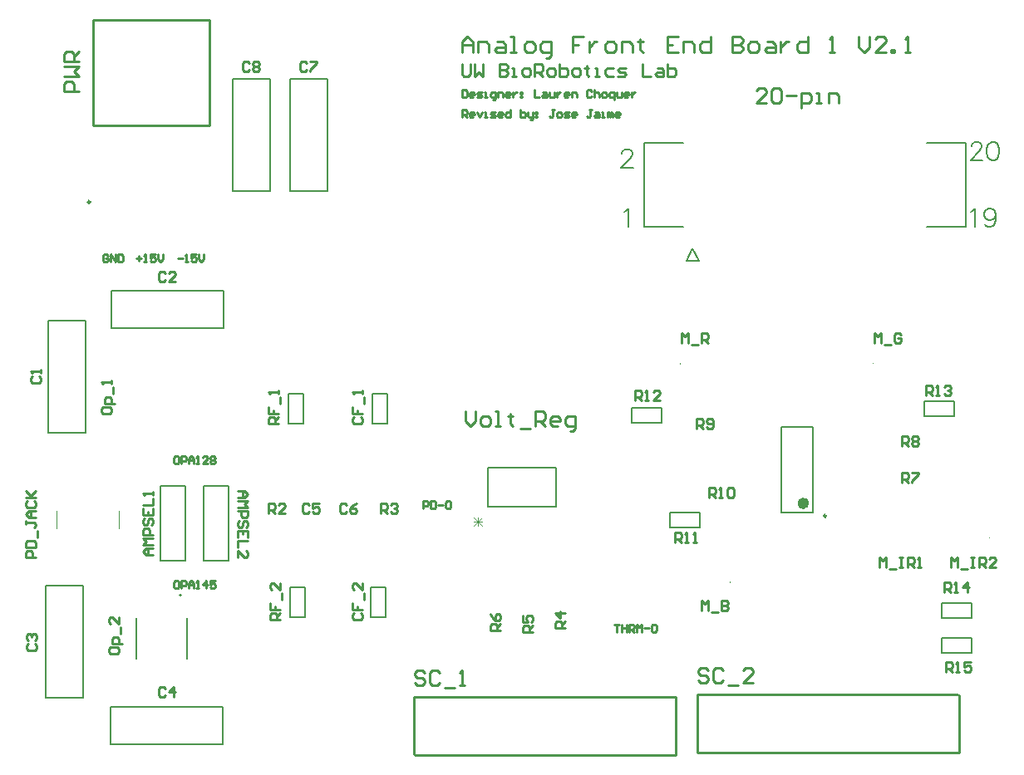
<source format=gbr>
%TF.GenerationSoftware,Altium Limited,Altium Designer,19.1.9 (167)*%
G04 Layer_Color=65535*
%FSLAX26Y26*%
%MOIN*%
%TF.FileFunction,Legend,Top*%
%TF.Part,Single*%
G01*
G75*
%TA.AperFunction,NonConductor*%
%ADD24C,0.010000*%
%ADD44C,0.003937*%
%ADD45C,0.006000*%
%ADD46C,0.009842*%
%ADD47C,0.023622*%
%ADD48C,0.007874*%
%ADD49C,0.007812*%
%ADD50C,0.003000*%
D24*
X299110Y2255000D02*
G03*
X299110Y2255000I-5016J0D01*
G01*
X310039Y2562000D02*
Y2987000D01*
X778150D01*
Y2562000D02*
Y2987000D01*
X310039Y2562000D02*
X778150D01*
X2733150Y45000D02*
X3783150D01*
Y275000D01*
X2733150Y280000D02*
X3778150D01*
X2733150Y45000D02*
Y280000D01*
X1596850Y270000D02*
X2646850D01*
X1596850Y40000D02*
Y270000D01*
X1601850Y35000D02*
X2646850D01*
Y270000D01*
X649995Y734990D02*
X639998D01*
X635000Y729992D01*
Y709998D01*
X639998Y705000D01*
X649995D01*
X654994Y709998D01*
Y729992D01*
X649995Y734990D01*
X664990Y705000D02*
Y734990D01*
X679986D01*
X684984Y729992D01*
Y719995D01*
X679986Y714997D01*
X664990D01*
X694981Y705000D02*
Y724994D01*
X704977Y734990D01*
X714974Y724994D01*
Y705000D01*
Y719995D01*
X694981D01*
X724971Y705000D02*
X734968D01*
X729969D01*
Y734990D01*
X724971Y729992D01*
X764958Y705000D02*
Y734990D01*
X749963Y719995D01*
X769956D01*
X799947Y734990D02*
X779953D01*
Y719995D01*
X789950Y724994D01*
X794948D01*
X799947Y719995D01*
Y709998D01*
X794948Y705000D01*
X784952D01*
X779953Y709998D01*
X649995Y1234990D02*
X639998D01*
X635000Y1229992D01*
Y1209998D01*
X639998Y1205000D01*
X649995D01*
X654994Y1209998D01*
Y1229992D01*
X649995Y1234990D01*
X664990Y1205000D02*
Y1234990D01*
X679986D01*
X684984Y1229992D01*
Y1219995D01*
X679986Y1214997D01*
X664990D01*
X694981Y1205000D02*
Y1224994D01*
X704977Y1234990D01*
X714974Y1224994D01*
Y1205000D01*
Y1219995D01*
X694981D01*
X724971Y1205000D02*
X734968D01*
X729969D01*
Y1234990D01*
X724971Y1229992D01*
X769956Y1205000D02*
X749963D01*
X769956Y1224994D01*
Y1229992D01*
X764958Y1234990D01*
X754961D01*
X749963Y1229992D01*
X779953D02*
X784952Y1234990D01*
X794948D01*
X799947Y1229992D01*
Y1224994D01*
X794948Y1219995D01*
X799947Y1214997D01*
Y1209998D01*
X794948Y1205000D01*
X784952D01*
X779953Y1209998D01*
Y1214997D01*
X784952Y1219995D01*
X779953Y1224994D01*
Y1229992D01*
X784952Y1219995D02*
X794948D01*
X1635000Y1025000D02*
Y1054990D01*
X1649995D01*
X1654994Y1049992D01*
Y1039995D01*
X1649995Y1034997D01*
X1635000D01*
X1664990Y1054990D02*
Y1025000D01*
X1679986D01*
X1684984Y1029998D01*
Y1049992D01*
X1679986Y1054990D01*
X1664990D01*
X1694981Y1039995D02*
X1714974D01*
X1739966Y1054990D02*
X1729969D01*
X1724971Y1049992D01*
Y1029998D01*
X1729969Y1025000D01*
X1739966D01*
X1744964Y1029998D01*
Y1049992D01*
X1739966Y1054990D01*
X2400000Y559990D02*
X2419994D01*
X2409997D01*
Y530000D01*
X2429990Y559990D02*
Y530000D01*
Y544995D01*
X2449984D01*
Y559990D01*
Y530000D01*
X2459981D02*
Y559990D01*
X2474976D01*
X2479974Y554992D01*
Y544995D01*
X2474976Y539997D01*
X2459981D01*
X2469977D02*
X2479974Y530000D01*
X2489971D02*
Y559990D01*
X2499968Y549994D01*
X2509964Y559990D01*
Y530000D01*
X2519961Y544995D02*
X2539955D01*
X2564947Y559990D02*
X2554950D01*
X2549952Y554992D01*
Y534998D01*
X2554950Y530000D01*
X2564947D01*
X2569945Y534998D01*
Y554992D01*
X2564947Y559990D01*
X369993Y2039992D02*
X364995Y2044990D01*
X354998D01*
X350000Y2039992D01*
Y2019998D01*
X354998Y2015000D01*
X364995D01*
X369993Y2019998D01*
Y2029995D01*
X359997D01*
X379990Y2015000D02*
Y2044990D01*
X399984Y2015000D01*
Y2044990D01*
X409981D02*
Y2015000D01*
X424976D01*
X429974Y2019998D01*
Y2039992D01*
X424976Y2044990D01*
X409981D01*
X485000Y2029995D02*
X504993D01*
X494997Y2039992D02*
Y2019998D01*
X514990Y2015000D02*
X524987D01*
X519989D01*
Y2044990D01*
X514990Y2039992D01*
X559976Y2044990D02*
X539982D01*
Y2029995D01*
X549979Y2034994D01*
X554977D01*
X559976Y2029995D01*
Y2019998D01*
X554977Y2015000D01*
X544981D01*
X539982Y2019998D01*
X569972Y2044990D02*
Y2024997D01*
X579969Y2015000D01*
X589966Y2024997D01*
Y2044990D01*
X650000Y2029995D02*
X669994D01*
X679990Y2015000D02*
X689987D01*
X684989D01*
Y2044990D01*
X679990Y2039992D01*
X724976Y2044990D02*
X704982D01*
Y2029995D01*
X714979Y2034994D01*
X719977D01*
X724976Y2029995D01*
Y2019998D01*
X719977Y2015000D01*
X709981D01*
X704982Y2019998D01*
X734972Y2044990D02*
Y2024997D01*
X744969Y2015000D01*
X754966Y2024997D01*
Y2044990D01*
X1790000Y2855000D02*
Y2898319D01*
X1811660Y2919979D01*
X1833319Y2898319D01*
Y2855000D01*
Y2887490D01*
X1790000D01*
X1854979Y2855000D02*
Y2898319D01*
X1887468D01*
X1898298Y2887490D01*
Y2855000D01*
X1930788Y2898319D02*
X1952447D01*
X1963277Y2887490D01*
Y2855000D01*
X1930788D01*
X1919958Y2865830D01*
X1930788Y2876660D01*
X1963277D01*
X1984937Y2855000D02*
X2006597D01*
X1995767D01*
Y2919979D01*
X1984937D01*
X2049916Y2855000D02*
X2071576D01*
X2082405Y2865830D01*
Y2887490D01*
X2071576Y2898319D01*
X2049916D01*
X2039086Y2887490D01*
Y2865830D01*
X2049916Y2855000D01*
X2125725Y2833340D02*
X2136555D01*
X2147385Y2844170D01*
Y2898319D01*
X2114895D01*
X2104065Y2887490D01*
Y2865830D01*
X2114895Y2855000D01*
X2147385D01*
X2277343Y2919979D02*
X2234023D01*
Y2887490D01*
X2255683D01*
X2234023D01*
Y2855000D01*
X2299002Y2898319D02*
Y2855000D01*
Y2876660D01*
X2309832Y2887490D01*
X2320662Y2898319D01*
X2331492D01*
X2374811Y2855000D02*
X2396471D01*
X2407300Y2865830D01*
Y2887490D01*
X2396471Y2898319D01*
X2374811D01*
X2363981Y2887490D01*
Y2865830D01*
X2374811Y2855000D01*
X2428960D02*
Y2898319D01*
X2461450D01*
X2472280Y2887490D01*
Y2855000D01*
X2504769Y2909149D02*
Y2898319D01*
X2493939D01*
X2515599D01*
X2504769D01*
Y2865830D01*
X2515599Y2855000D01*
X2656387Y2919979D02*
X2613067D01*
Y2855000D01*
X2656387D01*
X2613067Y2887490D02*
X2634727D01*
X2678046Y2855000D02*
Y2898319D01*
X2710536D01*
X2721366Y2887490D01*
Y2855000D01*
X2786345Y2919979D02*
Y2855000D01*
X2753855D01*
X2743025Y2865830D01*
Y2887490D01*
X2753855Y2898319D01*
X2786345D01*
X2872983Y2919979D02*
Y2855000D01*
X2905473D01*
X2916303Y2865830D01*
Y2876660D01*
X2905473Y2887490D01*
X2872983D01*
X2905473D01*
X2916303Y2898319D01*
Y2909149D01*
X2905473Y2919979D01*
X2872983D01*
X2948792Y2855000D02*
X2970452D01*
X2981282Y2865830D01*
Y2887490D01*
X2970452Y2898319D01*
X2948792D01*
X2937962Y2887490D01*
Y2865830D01*
X2948792Y2855000D01*
X3013771Y2898319D02*
X3035431D01*
X3046261Y2887490D01*
Y2855000D01*
X3013771D01*
X3002941Y2865830D01*
X3013771Y2876660D01*
X3046261D01*
X3067920Y2898319D02*
Y2855000D01*
Y2876660D01*
X3078750Y2887490D01*
X3089580Y2898319D01*
X3100410D01*
X3176219Y2919979D02*
Y2855000D01*
X3143729D01*
X3132899Y2865830D01*
Y2887490D01*
X3143729Y2898319D01*
X3176219D01*
X3262857Y2855000D02*
X3284517D01*
X3273687D01*
Y2919979D01*
X3262857Y2909149D01*
X3381986Y2919979D02*
Y2876660D01*
X3403645Y2855000D01*
X3425305Y2876660D01*
Y2919979D01*
X3490284Y2855000D02*
X3446965D01*
X3490284Y2898319D01*
Y2909149D01*
X3479454Y2919979D01*
X3457794D01*
X3446965Y2909149D01*
X3511944Y2855000D02*
Y2865830D01*
X3522773D01*
Y2855000D01*
X3511944D01*
X3566093D02*
X3587753D01*
X3576923D01*
Y2919979D01*
X3566093Y2909149D01*
X1790000Y2809984D02*
Y2768331D01*
X1798331Y2760000D01*
X1814992D01*
X1823323Y2768331D01*
Y2809984D01*
X1839984D02*
Y2760000D01*
X1856645Y2776661D01*
X1873306Y2760000D01*
Y2809984D01*
X1939951D02*
Y2760000D01*
X1964943D01*
X1973274Y2768331D01*
Y2776661D01*
X1964943Y2784992D01*
X1939951D01*
X1964943D01*
X1973274Y2793323D01*
Y2801653D01*
X1964943Y2809984D01*
X1939951D01*
X1989935Y2760000D02*
X2006597D01*
X1998266D01*
Y2793323D01*
X1989935D01*
X2039919Y2760000D02*
X2056580D01*
X2064911Y2768331D01*
Y2784992D01*
X2056580Y2793323D01*
X2039919D01*
X2031588Y2784992D01*
Y2768331D01*
X2039919Y2760000D01*
X2081572D02*
Y2809984D01*
X2106564D01*
X2114895Y2801653D01*
Y2784992D01*
X2106564Y2776661D01*
X2081572D01*
X2098233D02*
X2114895Y2760000D01*
X2139887D02*
X2156548D01*
X2164879Y2768331D01*
Y2784992D01*
X2156548Y2793323D01*
X2139887D01*
X2131556Y2784992D01*
Y2768331D01*
X2139887Y2760000D01*
X2181540Y2809984D02*
Y2760000D01*
X2206532D01*
X2214862Y2768331D01*
Y2776661D01*
Y2784992D01*
X2206532Y2793323D01*
X2181540D01*
X2239854Y2760000D02*
X2256515D01*
X2264846Y2768331D01*
Y2784992D01*
X2256515Y2793323D01*
X2239854D01*
X2231524Y2784992D01*
Y2768331D01*
X2239854Y2760000D01*
X2289838Y2801653D02*
Y2793323D01*
X2281507D01*
X2298169D01*
X2289838D01*
Y2768331D01*
X2298169Y2760000D01*
X2323161D02*
X2339822D01*
X2331491D01*
Y2793323D01*
X2323161D01*
X2398136D02*
X2373144D01*
X2364814Y2784992D01*
Y2768331D01*
X2373144Y2760000D01*
X2398136D01*
X2414798D02*
X2439789D01*
X2448120Y2768331D01*
X2439789Y2776661D01*
X2423128D01*
X2414798Y2784992D01*
X2423128Y2793323D01*
X2448120D01*
X2514765Y2809984D02*
Y2760000D01*
X2548088D01*
X2573080Y2793323D02*
X2589741D01*
X2598072Y2784992D01*
Y2760000D01*
X2573080D01*
X2564749Y2768331D01*
X2573080Y2776661D01*
X2598072D01*
X2614733Y2809984D02*
Y2760000D01*
X2639725D01*
X2648055Y2768331D01*
Y2776661D01*
Y2784992D01*
X2639725Y2793323D01*
X2614733D01*
X1790000Y2704990D02*
Y2675000D01*
X1804995D01*
X1809994Y2679998D01*
Y2699992D01*
X1804995Y2704990D01*
X1790000D01*
X1834986Y2675000D02*
X1824989D01*
X1819990Y2679998D01*
Y2689995D01*
X1824989Y2694994D01*
X1834986D01*
X1839984Y2689995D01*
Y2684997D01*
X1819990D01*
X1849981Y2675000D02*
X1864976D01*
X1869974Y2679998D01*
X1864976Y2684997D01*
X1854979D01*
X1849981Y2689995D01*
X1854979Y2694994D01*
X1869974D01*
X1879971Y2675000D02*
X1889968D01*
X1884969D01*
Y2694994D01*
X1879971D01*
X1914960Y2665003D02*
X1919958D01*
X1924956Y2670002D01*
Y2694994D01*
X1909961D01*
X1904963Y2689995D01*
Y2679998D01*
X1909961Y2675000D01*
X1924956D01*
X1934953D02*
Y2694994D01*
X1949948D01*
X1954947Y2689995D01*
Y2675000D01*
X1979939D02*
X1969942D01*
X1964943Y2679998D01*
Y2689995D01*
X1969942Y2694994D01*
X1979939D01*
X1984937Y2689995D01*
Y2684997D01*
X1964943D01*
X1994934Y2694994D02*
Y2675000D01*
Y2684997D01*
X1999932Y2689995D01*
X2004930Y2694994D01*
X2009929D01*
X2024924D02*
X2029922D01*
Y2689995D01*
X2024924D01*
Y2694994D01*
Y2679998D02*
X2029922D01*
Y2675000D01*
X2024924D01*
Y2679998D01*
X2079906Y2704990D02*
Y2675000D01*
X2099900D01*
X2114895Y2694994D02*
X2124892D01*
X2129890Y2689995D01*
Y2675000D01*
X2114895D01*
X2109896Y2679998D01*
X2114895Y2684997D01*
X2129890D01*
X2139887Y2694994D02*
Y2679998D01*
X2144885Y2675000D01*
X2159880D01*
Y2694994D01*
X2169877D02*
Y2675000D01*
Y2684997D01*
X2174876Y2689995D01*
X2179874Y2694994D01*
X2184872D01*
X2214863Y2675000D02*
X2204866D01*
X2199867Y2679998D01*
Y2689995D01*
X2204866Y2694994D01*
X2214863D01*
X2219861Y2689995D01*
Y2684997D01*
X2199867D01*
X2229858Y2675000D02*
Y2694994D01*
X2244853D01*
X2249851Y2689995D01*
Y2675000D01*
X2309832Y2699992D02*
X2304834Y2704990D01*
X2294837D01*
X2289838Y2699992D01*
Y2679998D01*
X2294837Y2675000D01*
X2304834D01*
X2309832Y2679998D01*
X2319829Y2704990D02*
Y2675000D01*
Y2689995D01*
X2324827Y2694994D01*
X2334824D01*
X2339822Y2689995D01*
Y2675000D01*
X2354817D02*
X2364814D01*
X2369812Y2679998D01*
Y2689995D01*
X2364814Y2694994D01*
X2354817D01*
X2349819Y2689995D01*
Y2679998D01*
X2354817Y2675000D01*
X2399803Y2665003D02*
Y2694994D01*
X2384808D01*
X2379809Y2689995D01*
Y2679998D01*
X2384808Y2675000D01*
X2399803D01*
X2409800Y2694994D02*
Y2679998D01*
X2414798Y2675000D01*
X2429793D01*
Y2694994D01*
X2454785Y2675000D02*
X2444788D01*
X2439790Y2679998D01*
Y2689995D01*
X2444788Y2694994D01*
X2454785D01*
X2459783Y2689995D01*
Y2684997D01*
X2439790D01*
X2469780Y2694994D02*
Y2675000D01*
Y2684997D01*
X2474778Y2689995D01*
X2479777Y2694994D01*
X2484775D01*
X1790000Y2595000D02*
Y2624990D01*
X1804995D01*
X1809994Y2619992D01*
Y2609995D01*
X1804995Y2604997D01*
X1790000D01*
X1799997D02*
X1809994Y2595000D01*
X1834986D02*
X1824989D01*
X1819990Y2599998D01*
Y2609995D01*
X1824989Y2614994D01*
X1834986D01*
X1839984Y2609995D01*
Y2604997D01*
X1819990D01*
X1849981Y2614994D02*
X1859977Y2595000D01*
X1869974Y2614994D01*
X1879971Y2595000D02*
X1889968D01*
X1884969D01*
Y2614994D01*
X1879971D01*
X1904963Y2595000D02*
X1919958D01*
X1924956Y2599998D01*
X1919958Y2604997D01*
X1909961D01*
X1904963Y2609995D01*
X1909961Y2614994D01*
X1924956D01*
X1949948Y2595000D02*
X1939951D01*
X1934953Y2599998D01*
Y2609995D01*
X1939951Y2614994D01*
X1949948D01*
X1954947Y2609995D01*
Y2604997D01*
X1934953D01*
X1984937Y2624990D02*
Y2595000D01*
X1969942D01*
X1964943Y2599998D01*
Y2609995D01*
X1969942Y2614994D01*
X1984937D01*
X2024924Y2624990D02*
Y2595000D01*
X2039919D01*
X2044918Y2599998D01*
Y2604997D01*
Y2609995D01*
X2039919Y2614994D01*
X2024924D01*
X2054914D02*
Y2599998D01*
X2059913Y2595000D01*
X2074908D01*
Y2590002D01*
X2069910Y2585003D01*
X2064911D01*
X2074908Y2595000D02*
Y2614994D01*
X2084905D02*
X2089903D01*
Y2609995D01*
X2084905D01*
Y2614994D01*
Y2599998D02*
X2089903D01*
Y2595000D01*
X2084905D01*
Y2599998D01*
X2159880Y2624990D02*
X2149884D01*
X2154882D01*
Y2599998D01*
X2149884Y2595000D01*
X2144885D01*
X2139887Y2599998D01*
X2174876Y2595000D02*
X2184872D01*
X2189871Y2599998D01*
Y2609995D01*
X2184872Y2614994D01*
X2174876D01*
X2169877Y2609995D01*
Y2599998D01*
X2174876Y2595000D01*
X2199867D02*
X2214863D01*
X2219861Y2599998D01*
X2214863Y2604997D01*
X2204866D01*
X2199867Y2609995D01*
X2204866Y2614994D01*
X2219861D01*
X2244853Y2595000D02*
X2234856D01*
X2229858Y2599998D01*
Y2609995D01*
X2234856Y2614994D01*
X2244853D01*
X2249851Y2609995D01*
Y2604997D01*
X2229858D01*
X2309832Y2624990D02*
X2299835D01*
X2304834D01*
Y2599998D01*
X2299835Y2595000D01*
X2294837D01*
X2289838Y2599998D01*
X2324827Y2614994D02*
X2334824D01*
X2339822Y2609995D01*
Y2595000D01*
X2324827D01*
X2319829Y2599998D01*
X2324827Y2604997D01*
X2339822D01*
X2349819Y2595000D02*
X2359816D01*
X2354817D01*
Y2614994D01*
X2349819D01*
X2374811Y2595000D02*
Y2614994D01*
X2379809D01*
X2384808Y2609995D01*
Y2595000D01*
Y2609995D01*
X2389806Y2614994D01*
X2394804Y2609995D01*
Y2595000D01*
X2419796D02*
X2409800D01*
X2404801Y2599998D01*
Y2609995D01*
X2409800Y2614994D01*
X2419796D01*
X2424795Y2609995D01*
Y2604997D01*
X2404801D01*
X80000Y830000D02*
X40013D01*
Y849994D01*
X46677Y856658D01*
X60007D01*
X66671Y849994D01*
Y830000D01*
X40013Y869987D02*
X80000D01*
Y889981D01*
X73335Y896645D01*
X46677D01*
X40013Y889981D01*
Y869987D01*
X86665Y909974D02*
Y936632D01*
X40013Y976619D02*
Y963290D01*
Y969955D01*
X73335D01*
X80000Y963290D01*
Y956626D01*
X73335Y949961D01*
X80000Y989948D02*
X53342D01*
X40013Y1003277D01*
X53342Y1016606D01*
X80000D01*
X60007D01*
Y989948D01*
X46677Y1056593D02*
X40013Y1049929D01*
Y1036600D01*
X46677Y1029936D01*
X73335D01*
X80000Y1036600D01*
Y1049929D01*
X73335Y1056593D01*
X40013Y1069923D02*
X80000D01*
X66671D01*
X40013Y1096581D01*
X60007Y1076587D01*
X80000Y1096581D01*
X890000Y1095000D02*
X916658D01*
X929987Y1081671D01*
X916658Y1068342D01*
X890000D01*
X909994D01*
Y1095000D01*
X890000Y1055013D02*
X929987D01*
X916658Y1041684D01*
X929987Y1028355D01*
X890000D01*
Y1015026D02*
X929987D01*
Y995032D01*
X923323Y988368D01*
X909994D01*
X903329Y995032D01*
Y1015026D01*
X923323Y948381D02*
X929987Y955045D01*
Y968374D01*
X923323Y975039D01*
X916658D01*
X909994Y968374D01*
Y955045D01*
X903329Y948381D01*
X896664D01*
X890000Y955045D01*
Y968374D01*
X896664Y975039D01*
X929987Y908394D02*
Y935052D01*
X890000D01*
Y908394D01*
X909994Y935052D02*
Y921723D01*
X929987Y895064D02*
X890000D01*
Y868407D01*
Y828419D02*
Y855077D01*
X916658Y828419D01*
X923323D01*
X929987Y835084D01*
Y848413D01*
X923323Y855077D01*
X550000Y840000D02*
X523342D01*
X510013Y853329D01*
X523342Y866658D01*
X550000D01*
X530006D01*
Y840000D01*
X550000Y879987D02*
X510013D01*
X523342Y893316D01*
X510013Y906645D01*
X550000D01*
Y919974D02*
X510013D01*
Y939968D01*
X516677Y946632D01*
X530006D01*
X536671Y939968D01*
Y919974D01*
X516677Y986619D02*
X510013Y979955D01*
Y966626D01*
X516677Y959961D01*
X523342D01*
X530006Y966626D01*
Y979955D01*
X536671Y986619D01*
X543336D01*
X550000Y979955D01*
Y966626D01*
X543336Y959961D01*
X510013Y1026606D02*
Y999948D01*
X550000D01*
Y1026606D01*
X530006Y999948D02*
Y1013277D01*
X510013Y1039936D02*
X550000D01*
Y1066593D01*
Y1079923D02*
Y1093252D01*
Y1086587D01*
X510013D01*
X516677Y1079923D01*
X1060000Y580000D02*
X1020013D01*
Y599994D01*
X1026677Y606658D01*
X1040006D01*
X1046671Y599994D01*
Y580000D01*
Y593329D02*
X1060000Y606658D01*
X1020013Y646645D02*
Y619987D01*
X1040006D01*
Y633316D01*
Y619987D01*
X1060000D01*
X1066665Y659974D02*
Y686632D01*
X1060000Y726619D02*
Y699961D01*
X1033342Y726619D01*
X1026677D01*
X1020013Y719955D01*
Y706626D01*
X1026677Y699961D01*
X1055000Y1365000D02*
X1015013D01*
Y1384994D01*
X1021677Y1391658D01*
X1035006D01*
X1041671Y1384994D01*
Y1365000D01*
Y1378329D02*
X1055000Y1391658D01*
X1015013Y1431645D02*
Y1404987D01*
X1035006D01*
Y1418316D01*
Y1404987D01*
X1055000D01*
X1061665Y1444974D02*
Y1471632D01*
X1055000Y1484961D02*
Y1498290D01*
Y1491626D01*
X1015013D01*
X1021677Y1484961D01*
X1356677Y606658D02*
X1350013Y599994D01*
Y586664D01*
X1356677Y580000D01*
X1383335D01*
X1390000Y586664D01*
Y599994D01*
X1383335Y606658D01*
X1350013Y646645D02*
Y619987D01*
X1370006D01*
Y633316D01*
Y619987D01*
X1390000D01*
X1396665Y659974D02*
Y686632D01*
X1390000Y726619D02*
Y699961D01*
X1363342Y726619D01*
X1356677D01*
X1350013Y719955D01*
Y706626D01*
X1356677Y699961D01*
Y1391658D02*
X1350013Y1384994D01*
Y1371665D01*
X1356677Y1365000D01*
X1383335D01*
X1390000Y1371665D01*
Y1384994D01*
X1383335Y1391658D01*
X1350013Y1431645D02*
Y1404987D01*
X1370006D01*
Y1418316D01*
Y1404987D01*
X1390000D01*
X1396665Y1444974D02*
Y1471632D01*
X1390000Y1484961D02*
Y1498290D01*
Y1491626D01*
X1350013D01*
X1356677Y1484961D01*
X3750000Y790000D02*
Y829987D01*
X3763329Y816658D01*
X3776658Y829987D01*
Y790000D01*
X3789987Y783336D02*
X3816645D01*
X3829974Y829987D02*
X3843303D01*
X3836639D01*
Y790000D01*
X3829974D01*
X3843303D01*
X3863297D02*
Y829987D01*
X3883290D01*
X3889955Y823323D01*
Y809994D01*
X3883290Y803329D01*
X3863297D01*
X3876626D02*
X3889955Y790000D01*
X3929942D02*
X3903284D01*
X3929942Y816658D01*
Y823323D01*
X3923277Y829987D01*
X3909948D01*
X3903284Y823323D01*
X255000Y2700000D02*
X195019D01*
Y2729990D01*
X205016Y2739987D01*
X225010D01*
X235006Y2729990D01*
Y2700000D01*
X195019Y2759981D02*
X255000D01*
X235006Y2779974D01*
X255000Y2799968D01*
X195019D01*
X255000Y2819961D02*
X195019D01*
Y2849952D01*
X205016Y2859948D01*
X225010D01*
X235006Y2849952D01*
Y2819961D01*
Y2839955D02*
X255000Y2859948D01*
X1642063Y364984D02*
X1632067Y374981D01*
X1612073D01*
X1602076Y364984D01*
Y354987D01*
X1612073Y344990D01*
X1632067D01*
X1642063Y334993D01*
Y324997D01*
X1632067Y315000D01*
X1612073D01*
X1602076Y324997D01*
X1702044Y364984D02*
X1692047Y374981D01*
X1672054D01*
X1662057Y364984D01*
Y324997D01*
X1672054Y315000D01*
X1692047D01*
X1702044Y324997D01*
X1722038Y305003D02*
X1762025D01*
X1782018Y315000D02*
X1802012D01*
X1792015D01*
Y374981D01*
X1782018Y364984D01*
X2778363Y374984D02*
X2768367Y384981D01*
X2748373D01*
X2738376Y374984D01*
Y364987D01*
X2748373Y354990D01*
X2768367D01*
X2778363Y344993D01*
Y334997D01*
X2768367Y325000D01*
X2748373D01*
X2738376Y334997D01*
X2838344Y374984D02*
X2828347Y384981D01*
X2808354D01*
X2798357Y374984D01*
Y334997D01*
X2808354Y325000D01*
X2828347D01*
X2838344Y334997D01*
X2858338Y315003D02*
X2898325D01*
X2958305Y325000D02*
X2918318D01*
X2958305Y364987D01*
Y374984D01*
X2948309Y384981D01*
X2928315D01*
X2918318Y374984D01*
X375013Y462434D02*
Y449105D01*
X381678Y442441D01*
X408336D01*
X415000Y449105D01*
Y462434D01*
X408336Y469099D01*
X381678D01*
X375013Y462434D01*
X428329Y482428D02*
X388342D01*
Y502421D01*
X395007Y509086D01*
X408336D01*
X415000Y502421D01*
Y482428D01*
X421665Y522415D02*
Y549073D01*
X415000Y589060D02*
Y562402D01*
X388342Y589060D01*
X381678D01*
X375013Y582396D01*
Y569067D01*
X381678Y562402D01*
X601658Y303323D02*
X594994Y309987D01*
X581664D01*
X575000Y303323D01*
Y276664D01*
X581664Y270000D01*
X594994D01*
X601658Y276664D01*
X634981Y270000D02*
Y309987D01*
X614987Y289993D01*
X641645D01*
X51677Y481658D02*
X45013Y474993D01*
Y461664D01*
X51677Y455000D01*
X78335D01*
X85000Y461664D01*
Y474993D01*
X78335Y481658D01*
X51677Y494987D02*
X45013Y501652D01*
Y514981D01*
X51677Y521645D01*
X58342D01*
X65007Y514981D01*
Y508316D01*
Y514981D01*
X71671Y521645D01*
X78335D01*
X85000Y514981D01*
Y501652D01*
X78335Y494987D01*
X1805000Y1414981D02*
Y1374994D01*
X1824994Y1355000D01*
X1844987Y1374994D01*
Y1414981D01*
X1874977Y1355000D02*
X1894971D01*
X1904968Y1364997D01*
Y1384991D01*
X1894971Y1394987D01*
X1874977D01*
X1864981Y1384991D01*
Y1364997D01*
X1874977Y1355000D01*
X1924961D02*
X1944955D01*
X1934958D01*
Y1414981D01*
X1924961D01*
X1984942Y1404984D02*
Y1394987D01*
X1974945D01*
X1994938D01*
X1984942D01*
Y1364997D01*
X1994938Y1355000D01*
X2024929Y1345004D02*
X2064916D01*
X2084909Y1355000D02*
Y1414981D01*
X2114900D01*
X2124896Y1404984D01*
Y1384991D01*
X2114900Y1374994D01*
X2084909D01*
X2104903D02*
X2124896Y1355000D01*
X2174880D02*
X2154887D01*
X2144890Y1364997D01*
Y1384991D01*
X2154887Y1394987D01*
X2174880D01*
X2184877Y1384991D01*
Y1374994D01*
X2144890D01*
X2224864Y1335007D02*
X2234861D01*
X2244858Y1345004D01*
Y1394987D01*
X2214867D01*
X2204871Y1384991D01*
Y1364997D01*
X2214867Y1355000D01*
X2244858D01*
X345013Y1424994D02*
Y1411665D01*
X351677Y1405000D01*
X378336D01*
X385000Y1411665D01*
Y1424994D01*
X378336Y1431658D01*
X351677D01*
X345013Y1424994D01*
X398329Y1444987D02*
X358342D01*
Y1464981D01*
X365007Y1471645D01*
X378336D01*
X385000Y1464981D01*
Y1444987D01*
X391664Y1484974D02*
Y1511632D01*
X385000Y1524961D02*
Y1538290D01*
Y1531626D01*
X345013D01*
X351677Y1524961D01*
X1015472Y1005000D02*
Y1044987D01*
X1035466D01*
X1042130Y1038322D01*
Y1024993D01*
X1035466Y1018329D01*
X1015472D01*
X1028801D02*
X1042130Y1005000D01*
X1082118D02*
X1055459D01*
X1082118Y1031658D01*
Y1038322D01*
X1075453Y1044987D01*
X1062124D01*
X1055459Y1038322D01*
X1176658Y1038323D02*
X1169994Y1044987D01*
X1156665D01*
X1150000Y1038323D01*
Y1011664D01*
X1156665Y1005000D01*
X1169994D01*
X1176658Y1011664D01*
X1216645Y1044987D02*
X1189987D01*
Y1024994D01*
X1203316Y1031658D01*
X1209981D01*
X1216645Y1024994D01*
Y1011664D01*
X1209981Y1005000D01*
X1196652D01*
X1189987Y1011664D01*
X601658Y1968323D02*
X594994Y1974987D01*
X581664D01*
X575000Y1968323D01*
Y1941665D01*
X581664Y1935000D01*
X594994D01*
X601658Y1941665D01*
X641645Y1935000D02*
X614987D01*
X641645Y1961658D01*
Y1968323D01*
X634981Y1974987D01*
X621652D01*
X614987Y1968323D01*
X66677Y1556658D02*
X60013Y1549994D01*
Y1536665D01*
X66677Y1530000D01*
X93335D01*
X100000Y1536665D01*
Y1549994D01*
X93335Y1556658D01*
X100000Y1569987D02*
Y1583316D01*
Y1576652D01*
X60013D01*
X66677Y1569987D01*
X3730000Y370000D02*
Y409987D01*
X3749994D01*
X3756658Y403323D01*
Y389993D01*
X3749994Y383329D01*
X3730000D01*
X3743329D02*
X3756658Y370000D01*
X3769987D02*
X3783316D01*
X3776652D01*
Y409987D01*
X3769987Y403323D01*
X3829968Y409987D02*
X3803310D01*
Y389993D01*
X3816639Y396658D01*
X3823303D01*
X3829968Y389993D01*
Y376664D01*
X3823303Y370000D01*
X3809974D01*
X3803310Y376664D01*
X3725000Y690000D02*
Y729987D01*
X3744994D01*
X3751658Y723323D01*
Y709994D01*
X3744994Y703329D01*
X3725000D01*
X3738329D02*
X3751658Y690000D01*
X3764987D02*
X3778316D01*
X3771652D01*
Y729987D01*
X3764987Y723323D01*
X3818303Y690000D02*
Y729987D01*
X3798310Y709994D01*
X3824968D01*
X3650000Y1480000D02*
Y1519987D01*
X3669994D01*
X3676658Y1513323D01*
Y1499994D01*
X3669994Y1493329D01*
X3650000D01*
X3663329D02*
X3676658Y1480000D01*
X3689987D02*
X3703316D01*
X3696652D01*
Y1519987D01*
X3689987Y1513323D01*
X3723310D02*
X3729974Y1519987D01*
X3743303D01*
X3749968Y1513323D01*
Y1506658D01*
X3743303Y1499994D01*
X3736639D01*
X3743303D01*
X3749968Y1493329D01*
Y1486665D01*
X3743303Y1480000D01*
X3729974D01*
X3723310Y1486665D01*
X2485000Y1460000D02*
Y1499987D01*
X2504994D01*
X2511658Y1493323D01*
Y1479994D01*
X2504994Y1473329D01*
X2485000D01*
X2498329D02*
X2511658Y1460000D01*
X2524987D02*
X2538316D01*
X2531652D01*
Y1499987D01*
X2524987Y1493323D01*
X2584968Y1460000D02*
X2558310D01*
X2584968Y1486658D01*
Y1493323D01*
X2578303Y1499987D01*
X2564974D01*
X2558310Y1493323D01*
X2645000Y890000D02*
Y929987D01*
X2664994D01*
X2671658Y923323D01*
Y909994D01*
X2664994Y903329D01*
X2645000D01*
X2658329D02*
X2671658Y890000D01*
X2684987D02*
X2698316D01*
X2691652D01*
Y929987D01*
X2684987Y923323D01*
X2718310Y890000D02*
X2731639D01*
X2724974D01*
Y929987D01*
X2718310Y923323D01*
X2780000Y1070000D02*
Y1109987D01*
X2799994D01*
X2806658Y1103323D01*
Y1089994D01*
X2799994Y1083329D01*
X2780000D01*
X2793329D02*
X2806658Y1070000D01*
X2819987D02*
X2833316D01*
X2826652D01*
Y1109987D01*
X2819987Y1103323D01*
X2853310D02*
X2859974Y1109987D01*
X2873303D01*
X2879968Y1103323D01*
Y1076665D01*
X2873303Y1070000D01*
X2859974D01*
X2853310Y1076665D01*
Y1103323D01*
X2730000Y1345000D02*
Y1384987D01*
X2749994D01*
X2756658Y1378323D01*
Y1364994D01*
X2749994Y1358329D01*
X2730000D01*
X2743329D02*
X2756658Y1345000D01*
X2769987Y1351665D02*
X2776652Y1345000D01*
X2789981D01*
X2796645Y1351665D01*
Y1378323D01*
X2789981Y1384987D01*
X2776652D01*
X2769987Y1378323D01*
Y1371658D01*
X2776652Y1364994D01*
X2796645D01*
X3555000Y1275000D02*
Y1314987D01*
X3574994D01*
X3581658Y1308323D01*
Y1294994D01*
X3574994Y1288329D01*
X3555000D01*
X3568329D02*
X3581658Y1275000D01*
X3594987Y1308323D02*
X3601652Y1314987D01*
X3614981D01*
X3621645Y1308323D01*
Y1301658D01*
X3614981Y1294994D01*
X3621645Y1288329D01*
Y1281665D01*
X3614981Y1275000D01*
X3601652D01*
X3594987Y1281665D01*
Y1288329D01*
X3601652Y1294994D01*
X3594987Y1301658D01*
Y1308323D01*
X3601652Y1294994D02*
X3614981D01*
X3555000Y1130000D02*
Y1169987D01*
X3574994D01*
X3581658Y1163323D01*
Y1149994D01*
X3574994Y1143329D01*
X3555000D01*
X3568329D02*
X3581658Y1130000D01*
X3594987Y1169987D02*
X3621645D01*
Y1163323D01*
X3594987Y1136665D01*
Y1130000D01*
X3465000Y790000D02*
Y829987D01*
X3478329Y816658D01*
X3491658Y829987D01*
Y790000D01*
X3504987Y783336D02*
X3531645D01*
X3544974Y829987D02*
X3558303D01*
X3551639D01*
Y790000D01*
X3544974D01*
X3558303D01*
X3578297D02*
Y829987D01*
X3598290D01*
X3604955Y823323D01*
Y809994D01*
X3598290Y803329D01*
X3578297D01*
X3591626D02*
X3604955Y790000D01*
X3618284D02*
X3631613D01*
X3624948D01*
Y829987D01*
X3618284Y823323D01*
X1945000Y535000D02*
X1905013D01*
Y554994D01*
X1911677Y561658D01*
X1925006D01*
X1931671Y554994D01*
Y535000D01*
Y548329D02*
X1945000Y561658D01*
X1905013Y601645D02*
X1911677Y588316D01*
X1925006Y574987D01*
X1938335D01*
X1945000Y581652D01*
Y594981D01*
X1938335Y601645D01*
X1931671D01*
X1925006Y594981D01*
Y574987D01*
X2075000Y530000D02*
X2035013D01*
Y549994D01*
X2041677Y556658D01*
X2055006D01*
X2061671Y549994D01*
Y530000D01*
Y543329D02*
X2075000Y556658D01*
X2035013Y596645D02*
Y569987D01*
X2055006D01*
X2048342Y583316D01*
Y589981D01*
X2055006Y596645D01*
X2068336D01*
X2075000Y589981D01*
Y576652D01*
X2068336Y569987D01*
X2205000Y545000D02*
X2165013D01*
Y564994D01*
X2171677Y571658D01*
X2185006D01*
X2191671Y564994D01*
Y545000D01*
Y558329D02*
X2205000Y571658D01*
Y604981D02*
X2165013D01*
X2185006Y584987D01*
Y611645D01*
X2750000Y615000D02*
Y654987D01*
X2763329Y641658D01*
X2776658Y654987D01*
Y615000D01*
X2789987Y608336D02*
X2816645D01*
X2829974Y654987D02*
Y615000D01*
X2849968D01*
X2856632Y621664D01*
Y628329D01*
X2849968Y634994D01*
X2829974D01*
X2849968D01*
X2856632Y641658D01*
Y648323D01*
X2849968Y654987D01*
X2829974D01*
X2670000Y1690000D02*
Y1729987D01*
X2683329Y1716658D01*
X2696658Y1729987D01*
Y1690000D01*
X2709987Y1683335D02*
X2736645D01*
X2749974Y1690000D02*
Y1729987D01*
X2769968D01*
X2776632Y1723323D01*
Y1709994D01*
X2769968Y1703329D01*
X2749974D01*
X2763303D02*
X2776632Y1690000D01*
X3445000D02*
Y1729987D01*
X3458329Y1716658D01*
X3471658Y1729987D01*
Y1690000D01*
X3484987Y1683335D02*
X3511645D01*
X3551632Y1723323D02*
X3544968Y1729987D01*
X3531639D01*
X3524974Y1723323D01*
Y1696665D01*
X3531639Y1690000D01*
X3544968D01*
X3551632Y1696665D01*
Y1709994D01*
X3538303D01*
X936658Y2813323D02*
X929994Y2819987D01*
X916664D01*
X910000Y2813323D01*
Y2786664D01*
X916664Y2780000D01*
X929994D01*
X936658Y2786664D01*
X949987Y2813323D02*
X956652Y2819987D01*
X969981D01*
X976645Y2813323D01*
Y2806658D01*
X969981Y2799994D01*
X976645Y2793329D01*
Y2786664D01*
X969981Y2780000D01*
X956652D01*
X949987Y2786664D01*
Y2793329D01*
X956652Y2799994D01*
X949987Y2806658D01*
Y2813323D01*
X956652Y2799994D02*
X969981D01*
X1166658Y2813323D02*
X1159994Y2819987D01*
X1146665D01*
X1140000Y2813323D01*
Y2786664D01*
X1146665Y2780000D01*
X1159994D01*
X1166658Y2786664D01*
X1179987Y2819987D02*
X1206645D01*
Y2813323D01*
X1179987Y2786664D01*
Y2780000D01*
X3009987Y2654000D02*
X2970000D01*
X3009987Y2693987D01*
Y2703984D01*
X2999990Y2713981D01*
X2979997D01*
X2970000Y2703984D01*
X3029981D02*
X3039977Y2713981D01*
X3059971D01*
X3069968Y2703984D01*
Y2663997D01*
X3059971Y2654000D01*
X3039977D01*
X3029981Y2663997D01*
Y2703984D01*
X3089961Y2683990D02*
X3129948D01*
X3149942Y2634006D02*
Y2693987D01*
X3179932D01*
X3189929Y2683990D01*
Y2663997D01*
X3179932Y2654000D01*
X3149942D01*
X3209922D02*
X3229916D01*
X3219919D01*
Y2693987D01*
X3209922D01*
X3259906Y2654000D02*
Y2693987D01*
X3289896D01*
X3299893Y2683990D01*
Y2654000D01*
X1465000Y1005000D02*
Y1044987D01*
X1484994D01*
X1491658Y1038323D01*
Y1024994D01*
X1484994Y1018329D01*
X1465000D01*
X1478329D02*
X1491658Y1005000D01*
X1504987Y1038323D02*
X1511652Y1044987D01*
X1524981D01*
X1531645Y1038323D01*
Y1031658D01*
X1524981Y1024994D01*
X1518316D01*
X1524981D01*
X1531645Y1018329D01*
Y1011664D01*
X1524981Y1005000D01*
X1511652D01*
X1504987Y1011664D01*
X1326658Y1038323D02*
X1319994Y1044987D01*
X1306665D01*
X1300000Y1038323D01*
Y1011664D01*
X1306665Y1005000D01*
X1319994D01*
X1326658Y1011664D01*
X1366645Y1044987D02*
X1353316Y1038323D01*
X1339987Y1024994D01*
Y1011664D01*
X1346652Y1005000D01*
X1359981D01*
X1366645Y1011664D01*
Y1018329D01*
X1359981Y1024994D01*
X1339987D01*
D44*
X2664134Y1607559D02*
G03*
X2664134Y1603622I0J-1968D01*
G01*
D02*
G03*
X2664134Y1607559I0J1968D01*
G01*
X3905866Y902441D02*
G03*
X3905866Y906378I0J1968D01*
G01*
D02*
G03*
X3905866Y902441I0J-1968D01*
G01*
X3610866D02*
G03*
X3610866Y906378I0J1968D01*
G01*
D02*
G03*
X3610866Y902441I0J-1968D01*
G01*
X3439134Y1612559D02*
G03*
X3439134Y1608622I0J-1968D01*
G01*
D02*
G03*
X3439134Y1612559I0J1968D01*
G01*
X2865866Y727441D02*
G03*
X2865866Y731378I0J1968D01*
G01*
D02*
G03*
X2865866Y727441I0J-1968D01*
G01*
X165000Y944567D02*
Y1015433D01*
X415000Y944567D02*
Y1015433D01*
D45*
X663000Y676799D02*
G03*
X663000Y676799I-3000J0D01*
G01*
X2167000Y1032000D02*
Y1188000D01*
X1893000D02*
X2167000D01*
X1893000Y1032000D02*
Y1188000D01*
Y1032000D02*
X2167000D01*
X483500Y423001D02*
Y587001D01*
X686500Y423001D02*
Y587001D01*
X2521000Y2493000D02*
X2676000D01*
X3654000D02*
X3809000D01*
Y2155000D02*
Y2493000D01*
X2521000Y2155000D02*
X2676000D01*
X2521000D02*
Y2493000D01*
X2690000Y2020000D02*
X2715000Y2070000D01*
X2690000Y2020000D02*
X2740000D01*
X2715000Y2070000D02*
X2740000Y2020000D01*
X3654000Y2155000D02*
X3809000D01*
D46*
X3251142Y995551D02*
G03*
X3251142Y995551I-4921J0D01*
G01*
D47*
X3170433Y1046142D02*
G03*
X3170433Y1046142I-11811J0D01*
G01*
D48*
X2625000Y995000D02*
Y1010000D01*
Y950000D02*
Y965000D01*
X2745000Y980000D02*
Y1010000D01*
X2625000D02*
X2745000D01*
X2625000Y965000D02*
Y995000D01*
Y950000D02*
X2745000D01*
Y980000D01*
X2590000Y1370000D02*
Y1400000D01*
X2470000Y1370000D02*
X2590000D01*
X2470000Y1385000D02*
Y1415000D01*
Y1430000D02*
X2590000D01*
Y1400000D02*
Y1430000D01*
X2470000Y1370000D02*
Y1385000D01*
Y1415000D02*
Y1430000D01*
X3765000Y1395000D02*
Y1410000D01*
Y1440000D02*
Y1455000D01*
X3645000Y1395000D02*
Y1425000D01*
Y1395000D02*
X3765000D01*
Y1410000D02*
Y1440000D01*
X3645000Y1455000D02*
X3765000D01*
X3645000Y1425000D02*
Y1455000D01*
X3835000Y585000D02*
Y615000D01*
X3715000Y585000D02*
X3835000D01*
X3715000Y600000D02*
Y630000D01*
Y645000D02*
X3835000D01*
Y615000D02*
Y645000D01*
X3715000Y585000D02*
Y600000D01*
Y630000D02*
Y645000D01*
Y490000D02*
Y505000D01*
Y445000D02*
Y460000D01*
X3835000Y475000D02*
Y505000D01*
X3715000D02*
X3835000D01*
X3715000Y460000D02*
Y490000D01*
Y445000D02*
X3835000D01*
Y475000D01*
X1430000Y1365000D02*
X1460000D01*
X1430000D02*
Y1485000D01*
X1445000D02*
X1475000D01*
X1490000Y1365000D02*
Y1485000D01*
X1460000Y1365000D02*
X1490000D01*
X1430000Y1485000D02*
X1445000D01*
X1475000D02*
X1490000D01*
X1425000Y590000D02*
X1440000D01*
X1470000D02*
X1485000D01*
X1425000Y710000D02*
X1455000D01*
X1425000Y590000D02*
Y710000D01*
X1440000Y590000D02*
X1470000D01*
X1485000D02*
Y710000D01*
X1455000D02*
X1485000D01*
X1095000Y1365000D02*
X1125000D01*
X1095000D02*
Y1485000D01*
X1110000D02*
X1140000D01*
X1155000Y1365000D02*
Y1485000D01*
X1125000Y1365000D02*
X1155000D01*
X1095000Y1485000D02*
X1110000D01*
X1140000D02*
X1155000D01*
X1100000Y590000D02*
X1115000D01*
X1145000D02*
X1160000D01*
X1100000Y710000D02*
X1130000D01*
X1100000Y590000D02*
Y710000D01*
X1115000Y590000D02*
X1145000D01*
X1160000D02*
Y710000D01*
X1130000D02*
X1160000D01*
X755000Y815000D02*
Y1115000D01*
Y815000D02*
X855000D01*
Y1115000D01*
X755000D02*
X855000D01*
X580000Y815000D02*
Y1115000D01*
Y815000D02*
X680000D01*
Y1115000D01*
X580000D02*
X680000D01*
X830000Y80000D02*
Y230000D01*
X380000Y80000D02*
X830000D01*
X380000D02*
Y230000D01*
X830000D01*
X120000Y715000D02*
X270000D01*
Y265000D02*
Y715000D01*
X120000Y265000D02*
X270000D01*
X120000D02*
Y715000D01*
X870000Y2300000D02*
X1020000D01*
X870000D02*
Y2750000D01*
X1020000D01*
Y2300000D02*
Y2750000D01*
X1100000Y2300000D02*
X1250000D01*
X1100000D02*
Y2750000D01*
X1250000D01*
Y2300000D02*
Y2750000D01*
X835000Y1750000D02*
Y1900000D01*
X385000Y1750000D02*
X835000D01*
X385000D02*
Y1900000D01*
X835000D01*
X130000Y1330000D02*
X280000D01*
X130000D02*
Y1780000D01*
X280000D01*
Y1330000D02*
Y1780000D01*
X3197993Y1007757D02*
Y1352245D01*
X3072009Y1007757D02*
Y1352245D01*
Y1007757D02*
X3197993D01*
X3072009Y1352245D02*
X3197993D01*
D49*
X2431327Y2449043D02*
Y2452558D01*
X2434841Y2459586D01*
X2438356Y2463101D01*
X2445384Y2466615D01*
X2459442D01*
X2466471Y2463101D01*
X2469985Y2459586D01*
X2473500Y2452558D01*
Y2445529D01*
X2469985Y2438500D01*
X2462956Y2427956D01*
X2427812Y2392812D01*
X2477014D01*
X3829661Y2214745D02*
X3836690Y2218259D01*
X3847234Y2228802D01*
Y2154999D01*
X3929471Y2204201D02*
X3925957Y2193658D01*
X3918928Y2186629D01*
X3908385Y2183115D01*
X3904870D01*
X3894327Y2186629D01*
X3887298Y2193658D01*
X3883784Y2204201D01*
Y2207716D01*
X3887298Y2218259D01*
X3894327Y2225288D01*
X3904870Y2228802D01*
X3908385D01*
X3918928Y2225288D01*
X3925957Y2218259D01*
X3929471Y2204201D01*
Y2186629D01*
X3925957Y2169057D01*
X3918928Y2158514D01*
X3908385Y2154999D01*
X3901356D01*
X3890813Y2158514D01*
X3887298Y2165543D01*
X3832798Y2479435D02*
Y2482949D01*
X3836312Y2489978D01*
X3839827Y2493493D01*
X3846856Y2497007D01*
X3860913D01*
X3867942Y2493493D01*
X3871457Y2489978D01*
X3874971Y2482949D01*
Y2475920D01*
X3871457Y2468892D01*
X3864428Y2458348D01*
X3829284Y2423204D01*
X3878486D01*
X3916090Y2497007D02*
X3905547Y2493493D01*
X3898518Y2482949D01*
X3895003Y2465377D01*
Y2454834D01*
X3898518Y2437262D01*
X3905547Y2426718D01*
X3916090Y2423204D01*
X3923119D01*
X3933662Y2426718D01*
X3940691Y2437262D01*
X3944206Y2454834D01*
Y2465377D01*
X3940691Y2482949D01*
X3933662Y2493493D01*
X3923119Y2497007D01*
X3916090D01*
X2440000Y2214745D02*
X2447029Y2218260D01*
X2457572Y2228803D01*
Y2155000D01*
D50*
X1838347Y955000D02*
X1871669Y988323D01*
Y955000D02*
X1838347Y988323D01*
X1855008Y955000D02*
Y988323D01*
X1871669Y971661D02*
X1838347D01*
%TF.MD5,70a81e0ea6fed955849176494f545a11*%
M02*

</source>
